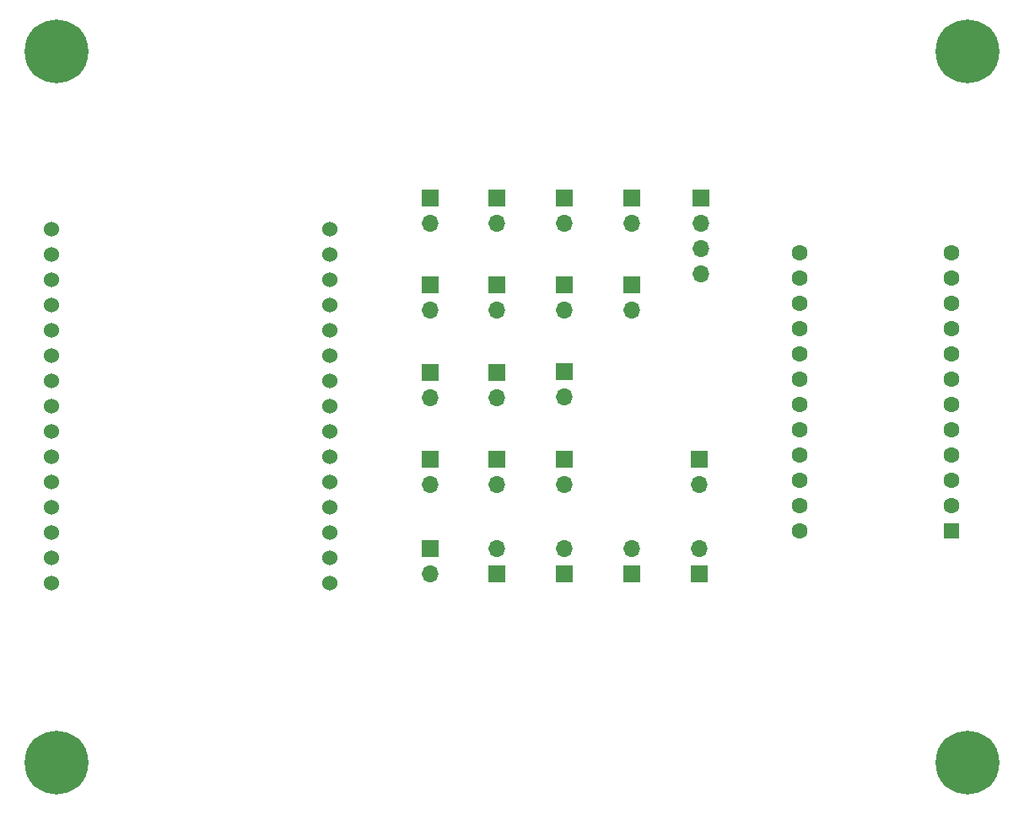
<source format=gbr>
%TF.GenerationSoftware,KiCad,Pcbnew,(6.0.1)*%
%TF.CreationDate,2023-02-06T14:24:32-05:00*%
%TF.ProjectId,Manette_JM,4d616e65-7474-4655-9f4a-4d2e6b696361,rev?*%
%TF.SameCoordinates,Original*%
%TF.FileFunction,Soldermask,Bot*%
%TF.FilePolarity,Negative*%
%FSLAX46Y46*%
G04 Gerber Fmt 4.6, Leading zero omitted, Abs format (unit mm)*
G04 Created by KiCad (PCBNEW (6.0.1)) date 2023-02-06 14:24:32*
%MOMM*%
%LPD*%
G01*
G04 APERTURE LIST*
%ADD10C,0.800000*%
%ADD11C,6.400000*%
%ADD12R,1.700000X1.700000*%
%ADD13O,1.700000X1.700000*%
%ADD14R,1.600000X1.600000*%
%ADD15C,1.600000*%
%ADD16C,1.524000*%
G04 APERTURE END LIST*
D10*
%TO.C,H4*%
X197250000Y-37350000D03*
X198947056Y-41447056D03*
X198947056Y-38052944D03*
X199650000Y-39750000D03*
D11*
X197250000Y-39750000D03*
D10*
X197250000Y-42150000D03*
X195552944Y-38052944D03*
X195552944Y-41447056D03*
X194850000Y-39750000D03*
%TD*%
%TO.C,H3*%
X197250000Y-108850000D03*
X198947056Y-112947056D03*
X198947056Y-109552944D03*
X199650000Y-111250000D03*
D11*
X197250000Y-111250000D03*
D10*
X197250000Y-113650000D03*
X195552944Y-109552944D03*
X195552944Y-112947056D03*
X194850000Y-111250000D03*
%TD*%
%TO.C,H2*%
X105750000Y-108850000D03*
X107447056Y-112947056D03*
X107447056Y-109552944D03*
X108150000Y-111250000D03*
D11*
X105750000Y-111250000D03*
D10*
X105750000Y-113650000D03*
X104052944Y-109552944D03*
X104052944Y-112947056D03*
X103350000Y-111250000D03*
%TD*%
%TO.C,H1*%
X105750000Y-37350000D03*
X107447056Y-41447056D03*
X107447056Y-38052944D03*
X108150000Y-39750000D03*
D11*
X105750000Y-39750000D03*
D10*
X105750000Y-42150000D03*
X104052944Y-38052944D03*
X104052944Y-41447056D03*
X103350000Y-39750000D03*
%TD*%
D12*
%TO.C,J20*%
X170250000Y-80750000D03*
D13*
X170250000Y-83290000D03*
%TD*%
D12*
%TO.C,J2*%
X150000000Y-54500000D03*
D13*
X150000000Y-57040000D03*
%TD*%
D12*
%TO.C,J10*%
X150000000Y-72000000D03*
D13*
X150000000Y-74540000D03*
%TD*%
D14*
%TO.C,U2*%
X195620000Y-87949999D03*
D15*
X195620000Y-85409999D03*
X195620000Y-82869999D03*
X195620000Y-80329999D03*
X195620000Y-77789999D03*
X195620000Y-75249999D03*
X195620000Y-72709999D03*
X195620000Y-70169999D03*
X195620000Y-67629999D03*
X195620000Y-65089999D03*
X195620000Y-62549999D03*
X195620000Y-60009999D03*
X180380000Y-60009999D03*
X180380000Y-62549999D03*
X180380000Y-65089999D03*
X180380000Y-67629999D03*
X180380000Y-70169999D03*
X180380000Y-72709999D03*
X180380000Y-75249999D03*
X180380000Y-77789999D03*
X180380000Y-80329999D03*
X180380000Y-82869999D03*
X180380000Y-85409999D03*
X180380000Y-87949999D03*
%TD*%
D12*
%TO.C,J11*%
X156750000Y-71985000D03*
D13*
X156750000Y-74525000D03*
%TD*%
D12*
%TO.C,J3*%
X156750000Y-54500000D03*
D13*
X156750000Y-57040000D03*
%TD*%
D12*
%TO.C,J1*%
X143250000Y-54500000D03*
D13*
X143250000Y-57040000D03*
%TD*%
D12*
%TO.C,J16*%
X150000000Y-92250000D03*
D13*
X150000000Y-89710000D03*
%TD*%
D12*
%TO.C,J12*%
X143250000Y-80750000D03*
D13*
X143250000Y-83290000D03*
%TD*%
D16*
%TO.C,U1*%
X105280000Y-57680000D03*
X105280000Y-60220000D03*
X105280000Y-62760000D03*
X105280000Y-65300000D03*
X105280000Y-67840000D03*
X105280000Y-70380000D03*
X105280000Y-72920000D03*
X105280000Y-75460000D03*
X105280000Y-78000000D03*
X105280000Y-80540000D03*
X105280000Y-83080000D03*
X105280000Y-85620000D03*
X105280000Y-88160000D03*
X105280000Y-90700000D03*
X105280000Y-93240000D03*
X133220000Y-93240000D03*
X133220000Y-90700000D03*
X133220000Y-88160000D03*
X133220000Y-85620000D03*
X133220000Y-83080000D03*
X133220000Y-80540000D03*
X133220000Y-78000000D03*
X133220000Y-75460000D03*
X133220000Y-72920000D03*
X133220000Y-70380000D03*
X133220000Y-67840000D03*
X133220000Y-65300000D03*
X133220000Y-62760000D03*
X133220000Y-60220000D03*
X133220000Y-57680000D03*
%TD*%
D12*
%TO.C,J15*%
X143250000Y-89750000D03*
D13*
X143250000Y-92290000D03*
%TD*%
D12*
%TO.C,J5*%
X143250000Y-63250000D03*
D13*
X143250000Y-65790000D03*
%TD*%
D12*
%TO.C,J21*%
X170500000Y-54525000D03*
D13*
X170500000Y-57065000D03*
X170500000Y-59605000D03*
X170500000Y-62145000D03*
%TD*%
D12*
%TO.C,J9*%
X143250000Y-72000000D03*
D13*
X143250000Y-74540000D03*
%TD*%
D12*
%TO.C,J6*%
X150000000Y-63250000D03*
D13*
X150000000Y-65790000D03*
%TD*%
D12*
%TO.C,J4*%
X163500000Y-54500000D03*
D13*
X163500000Y-57040000D03*
%TD*%
D12*
%TO.C,J8*%
X163500000Y-63250000D03*
D13*
X163500000Y-65790000D03*
%TD*%
D12*
%TO.C,J19*%
X170250000Y-92275000D03*
D13*
X170250000Y-89735000D03*
%TD*%
D12*
%TO.C,J13*%
X150000000Y-80750000D03*
D13*
X150000000Y-83290000D03*
%TD*%
D12*
%TO.C,J18*%
X163500000Y-92250000D03*
D13*
X163500000Y-89710000D03*
%TD*%
D12*
%TO.C,J7*%
X156750000Y-63250000D03*
D13*
X156750000Y-65790000D03*
%TD*%
D12*
%TO.C,J14*%
X156750000Y-80750000D03*
D13*
X156750000Y-83290000D03*
%TD*%
D12*
%TO.C,J17*%
X156750000Y-92250000D03*
D13*
X156750000Y-89710000D03*
%TD*%
M02*

</source>
